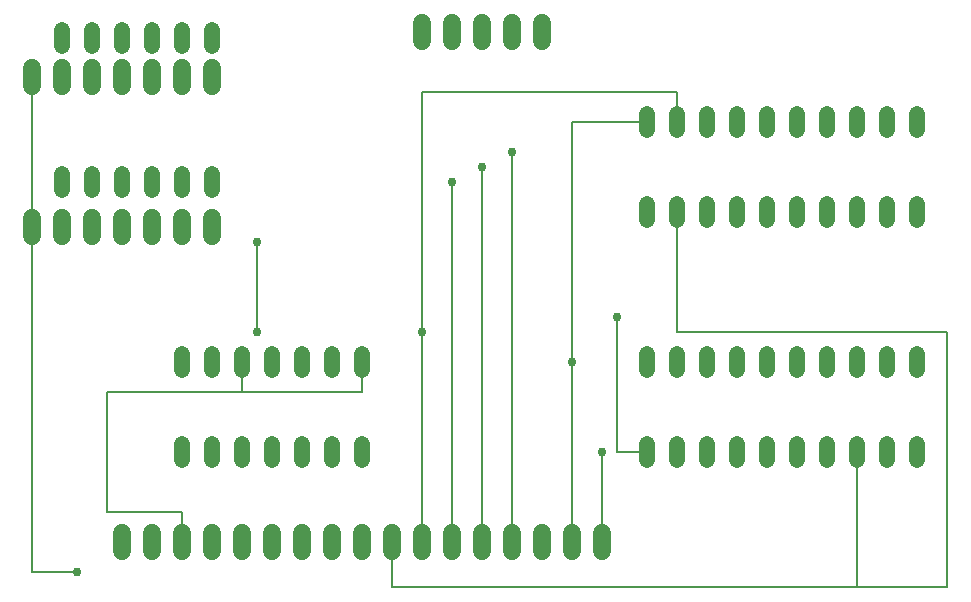
<source format=gbr>
G04 EAGLE Gerber RS-274X export*
G75*
%MOMM*%
%FSLAX34Y34*%
%LPD*%
%INBottom Copper*%
%IPPOS*%
%AMOC8*
5,1,8,0,0,1.08239X$1,22.5*%
G01*
%ADD10C,1.320800*%
%ADD11C,1.524000*%
%ADD12C,0.152400*%
%ADD13C,0.756400*%


D10*
X101600Y348996D02*
X101600Y362204D01*
X127000Y362204D02*
X127000Y348996D01*
X152400Y348996D02*
X152400Y362204D01*
X177800Y362204D02*
X177800Y348996D01*
X203200Y348996D02*
X203200Y362204D01*
X228600Y362204D02*
X228600Y348996D01*
X101600Y470916D02*
X101600Y484124D01*
X127000Y484124D02*
X127000Y470916D01*
X152400Y470916D02*
X152400Y484124D01*
X177800Y484124D02*
X177800Y470916D01*
X203200Y470916D02*
X203200Y484124D01*
X228600Y484124D02*
X228600Y470916D01*
X825500Y413004D02*
X825500Y399796D01*
X800100Y399796D02*
X800100Y413004D01*
X673100Y413004D02*
X673100Y399796D01*
X647700Y399796D02*
X647700Y413004D01*
X774700Y413004D02*
X774700Y399796D01*
X749300Y399796D02*
X749300Y413004D01*
X698500Y413004D02*
X698500Y399796D01*
X723900Y399796D02*
X723900Y413004D01*
X622300Y413004D02*
X622300Y399796D01*
X596900Y399796D02*
X596900Y413004D01*
X596900Y336804D02*
X596900Y323596D01*
X622300Y323596D02*
X622300Y336804D01*
X647700Y336804D02*
X647700Y323596D01*
X673100Y323596D02*
X673100Y336804D01*
X698500Y336804D02*
X698500Y323596D01*
X723900Y323596D02*
X723900Y336804D01*
X749300Y336804D02*
X749300Y323596D01*
X774700Y323596D02*
X774700Y336804D01*
X800100Y336804D02*
X800100Y323596D01*
X825500Y323596D02*
X825500Y336804D01*
X355600Y209804D02*
X355600Y196596D01*
X330200Y196596D02*
X330200Y209804D01*
X203200Y209804D02*
X203200Y196596D01*
X203200Y133604D02*
X203200Y120396D01*
X304800Y196596D02*
X304800Y209804D01*
X279400Y209804D02*
X279400Y196596D01*
X228600Y196596D02*
X228600Y209804D01*
X254000Y209804D02*
X254000Y196596D01*
X228600Y133604D02*
X228600Y120396D01*
X254000Y120396D02*
X254000Y133604D01*
X279400Y133604D02*
X279400Y120396D01*
X304800Y120396D02*
X304800Y133604D01*
X330200Y133604D02*
X330200Y120396D01*
X355600Y120396D02*
X355600Y133604D01*
X825500Y196596D02*
X825500Y209804D01*
X800100Y209804D02*
X800100Y196596D01*
X673100Y196596D02*
X673100Y209804D01*
X647700Y209804D02*
X647700Y196596D01*
X774700Y196596D02*
X774700Y209804D01*
X749300Y209804D02*
X749300Y196596D01*
X698500Y196596D02*
X698500Y209804D01*
X723900Y209804D02*
X723900Y196596D01*
X622300Y196596D02*
X622300Y209804D01*
X596900Y209804D02*
X596900Y196596D01*
X596900Y133604D02*
X596900Y120396D01*
X622300Y120396D02*
X622300Y133604D01*
X647700Y133604D02*
X647700Y120396D01*
X673100Y120396D02*
X673100Y133604D01*
X698500Y133604D02*
X698500Y120396D01*
X723900Y120396D02*
X723900Y133604D01*
X749300Y133604D02*
X749300Y120396D01*
X774700Y120396D02*
X774700Y133604D01*
X800100Y133604D02*
X800100Y120396D01*
X825500Y120396D02*
X825500Y133604D01*
D11*
X152400Y58420D02*
X152400Y43180D01*
X177800Y43180D02*
X177800Y58420D01*
X203200Y58420D02*
X203200Y43180D01*
X228600Y43180D02*
X228600Y58420D01*
X254000Y58420D02*
X254000Y43180D01*
X279400Y43180D02*
X279400Y58420D01*
X304800Y58420D02*
X304800Y43180D01*
X330200Y43180D02*
X330200Y58420D01*
X355600Y58420D02*
X355600Y43180D01*
X381000Y43180D02*
X381000Y58420D01*
X406400Y58420D02*
X406400Y43180D01*
X431800Y43180D02*
X431800Y58420D01*
X457200Y58420D02*
X457200Y43180D01*
X482600Y43180D02*
X482600Y58420D01*
X508000Y58420D02*
X508000Y43180D01*
X533400Y43180D02*
X533400Y58420D01*
X558800Y58420D02*
X558800Y43180D01*
X406400Y474980D02*
X406400Y490220D01*
X431800Y490220D02*
X431800Y474980D01*
X457200Y474980D02*
X457200Y490220D01*
X482600Y490220D02*
X482600Y474980D01*
X508000Y474980D02*
X508000Y490220D01*
X76200Y452120D02*
X76200Y436880D01*
X101600Y436880D02*
X101600Y452120D01*
X127000Y452120D02*
X127000Y436880D01*
X152400Y436880D02*
X152400Y452120D01*
X177800Y452120D02*
X177800Y436880D01*
X203200Y436880D02*
X203200Y452120D01*
X228600Y452120D02*
X228600Y436880D01*
X76200Y325120D02*
X76200Y309880D01*
X101600Y309880D02*
X101600Y325120D01*
X127000Y325120D02*
X127000Y309880D01*
X152400Y309880D02*
X152400Y325120D01*
X177800Y325120D02*
X177800Y309880D01*
X203200Y309880D02*
X203200Y325120D01*
X228600Y325120D02*
X228600Y309880D01*
D12*
X355600Y203200D02*
X355600Y177800D01*
X203200Y76200D02*
X203200Y50800D01*
X203200Y76200D02*
X139700Y76200D01*
X139700Y177800D01*
X254000Y177800D01*
X254000Y203200D01*
X254000Y177800D02*
X355600Y177800D01*
D13*
X266700Y228600D03*
D12*
X266700Y304800D01*
D13*
X266700Y304800D03*
D12*
X381000Y50800D02*
X381000Y12700D01*
X774700Y12700D01*
X774700Y127000D01*
X622300Y228600D02*
X622300Y330200D01*
X622300Y228600D02*
X850900Y228600D01*
X850900Y12700D01*
X774700Y12700D01*
X406400Y50800D02*
X406400Y228600D01*
D13*
X406400Y228600D03*
D12*
X622300Y406400D02*
X622300Y431800D01*
X406400Y431800D01*
X406400Y228600D01*
X431800Y355600D02*
X431800Y50800D01*
D13*
X431800Y355600D03*
D12*
X457200Y368300D02*
X457200Y50800D01*
D13*
X457200Y368300D03*
X482600Y381000D03*
D12*
X482600Y50800D01*
X571500Y127000D02*
X596900Y127000D01*
D13*
X571500Y241300D03*
D12*
X571500Y127000D01*
D13*
X114300Y25400D03*
D12*
X76200Y25400D01*
X76200Y317500D01*
X533400Y406400D02*
X533400Y203200D01*
X533400Y50800D01*
X76200Y317500D02*
X76200Y444500D01*
X533400Y406400D02*
X596900Y406400D01*
D13*
X533400Y203200D03*
D12*
X558800Y127000D02*
X558800Y50800D01*
D13*
X558800Y127000D03*
M02*

</source>
